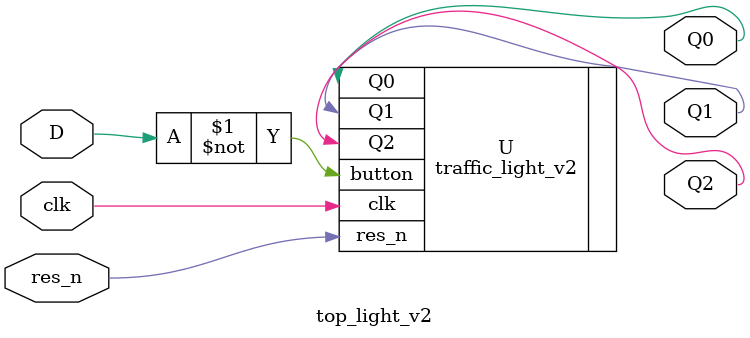
<source format=sv>
module top_light_v2 (clk, res_n, D, Q0, Q1, Q2);

input logic  clk, res_n, D;
output logic 	 Q0, Q1, Q2;

traffic_light_v2 U (.clk( clk ), .res_n( res_n ), .button ( ~D ),
						  .Q0( Q0 ), .Q1( Q1 ), .Q2( Q2 ));

endmodule

</source>
